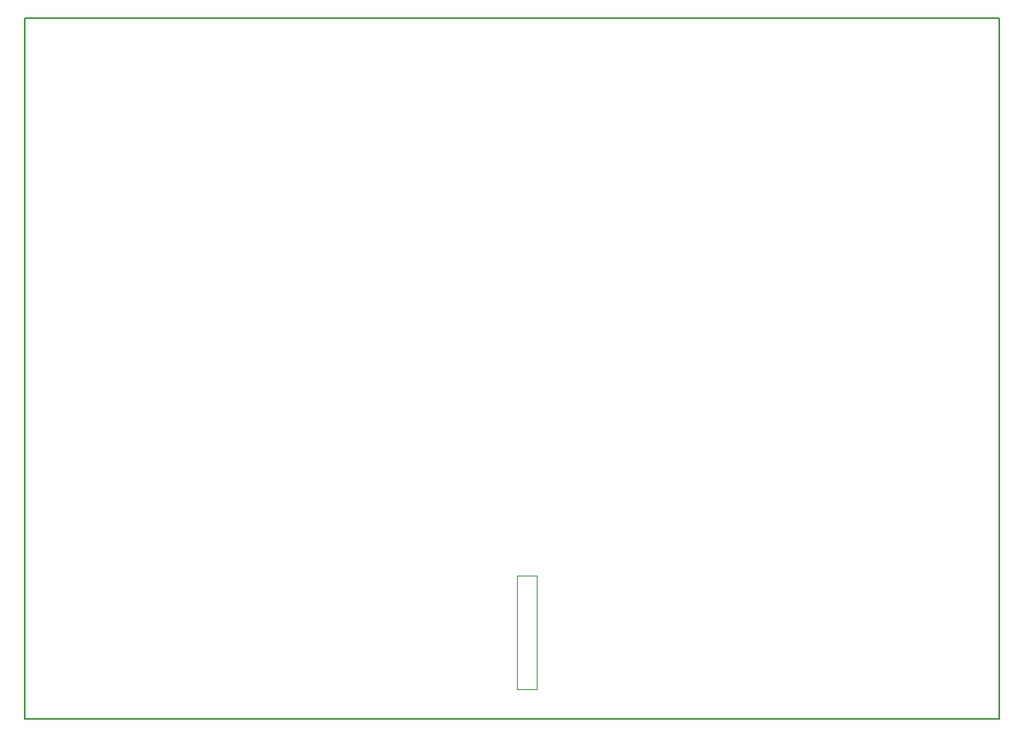
<source format=gbr>
G04 (created by PCBNEW (2013-mar-13)-stable) date Fri 20 Nov 2015 04:23:37 PM CET*
%MOIN*%
G04 Gerber Fmt 3.4, Leading zero omitted, Abs format*
%FSLAX34Y34*%
G01*
G70*
G90*
G04 APERTURE LIST*
%ADD10C,0.005906*%
%ADD11C,0.003937*%
%ADD12C,0.006000*%
G04 APERTURE END LIST*
G54D10*
G54D11*
X59251Y-42224D02*
X59251Y-46850D01*
X60039Y-42224D02*
X59251Y-42224D01*
X60039Y-46850D02*
X60039Y-42224D01*
X59251Y-46850D02*
X60039Y-46850D01*
G54D12*
X39370Y-48031D02*
X39370Y-19685D01*
X78740Y-48031D02*
X39370Y-48031D01*
X78740Y-19685D02*
X78740Y-48031D01*
X39370Y-19685D02*
X78740Y-19685D01*
M02*

</source>
